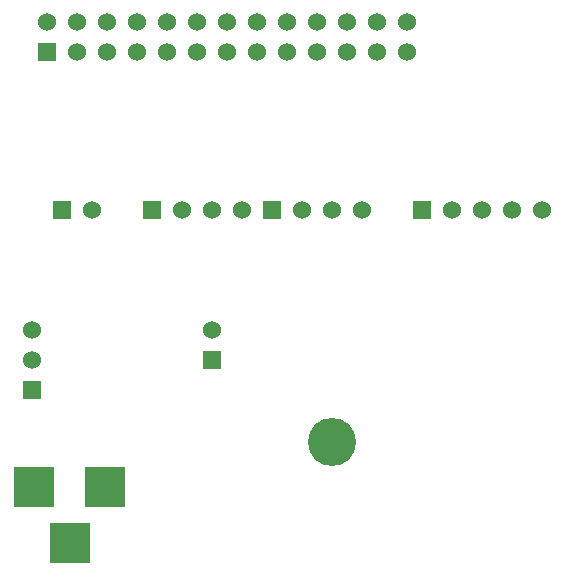
<source format=gbs>
G04 (created by PCBNEW (2013-07-07 BZR 4022)-stable) date 21/02/2014 11:26:53*
%MOIN*%
G04 Gerber Fmt 3.4, Leading zero omitted, Abs format*
%FSLAX34Y34*%
G01*
G70*
G90*
G04 APERTURE LIST*
%ADD10C,0.00590551*%
%ADD11R,0.06X0.06*%
%ADD12C,0.06*%
%ADD13R,0.1378X0.1378*%
%ADD14C,0.16*%
G04 APERTURE END LIST*
G54D10*
G54D11*
X39000Y-16750D03*
G54D12*
X40000Y-16750D03*
X41000Y-16750D03*
X42000Y-16750D03*
X43000Y-16750D03*
G54D11*
X27000Y-16750D03*
G54D12*
X28000Y-16750D03*
G54D11*
X26500Y-11500D03*
G54D12*
X26500Y-10500D03*
X27500Y-11500D03*
X27500Y-10500D03*
X28500Y-11500D03*
X28500Y-10500D03*
X29500Y-11500D03*
X29500Y-10500D03*
X30500Y-11500D03*
X30500Y-10500D03*
X31500Y-11500D03*
X31500Y-10500D03*
X32500Y-11500D03*
X32500Y-10500D03*
X33500Y-11500D03*
X33500Y-10500D03*
X34500Y-11500D03*
X34500Y-10500D03*
X35500Y-11500D03*
X35500Y-10500D03*
X36500Y-11500D03*
X36500Y-10500D03*
X37500Y-11500D03*
X37500Y-10500D03*
X38500Y-11500D03*
X38500Y-10500D03*
G54D13*
X28441Y-26000D03*
X26079Y-26000D03*
X27260Y-27850D03*
G54D11*
X26000Y-22750D03*
G54D12*
X26000Y-21750D03*
X26000Y-20750D03*
G54D14*
X36000Y-24500D03*
G54D11*
X34000Y-16750D03*
G54D12*
X35000Y-16750D03*
X36000Y-16750D03*
X37000Y-16750D03*
G54D11*
X30000Y-16750D03*
G54D12*
X31000Y-16750D03*
X32000Y-16750D03*
X33000Y-16750D03*
G54D11*
X32000Y-21750D03*
G54D12*
X32000Y-20750D03*
M02*

</source>
